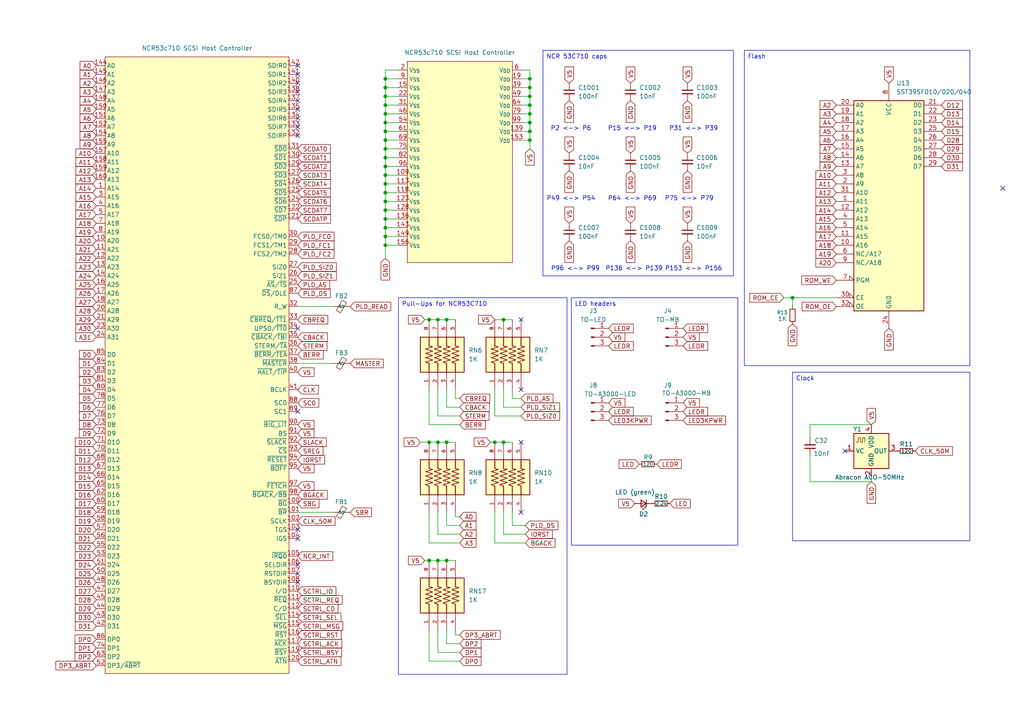
<source format=kicad_sch>
(kicad_sch (version 20250114) (generator "eeschema") (generator_version "9.0")
  (paper "A4")
  (title_block (title "A4092") (rev "PROTO0") (company "amiga.technology"))
  (text "P2 <-> P6" (at 165.608 37.338 0) (effects (font (size 1.27 1.27))))
  (text "P96 <-> P99" (at 166.878 77.978 0) (effects (font (size 1.27 1.27))))
  (text "P49 <-> P54" (at 165.608 57.658 0) (effects (font (size 1.27 1.27))))
  (text "P136 <-> P139" (at 183.896 77.978 0) (effects (font (size 1.27 1.27))))
  (text "P153 <-> P156" (at 201.168 77.978 0) (effects (font (size 1.27 1.27))))
  (text "P31 <-> P39" (at 201.168 37.338 0) (effects (font (size 1.27 1.27))))
  (text "P64 <-> P69" (at 183.388 57.658 0) (effects (font (size 1.27 1.27))))
  (text "P15 <-> P19" (at 183.388 37.338 0) (effects (font (size 1.27 1.27))))
  (text "P75 <-> P79" (at 199.898 57.658 0) (effects (font (size 1.27 1.27))))
  (text_box "LED headers\n" (at 165.735 86.36 0) (size 48.26 71.755) (margins 0.9525 0.9525 0.9525 0.9525) (effects (font (size 1.27 1.27)) (justify left top)))
  (text_box "NCR 53C710 caps" (at 157.48 14.605 0) (size 55.245 65.405) (margins 0.9525 0.9525 0.9525 0.9525) (effects (font (size 1.27 1.27)) (justify left top)))
  (text_box "Clock\n" (at 229.87 107.95 0) (size 51.435 48.895) (margins 0.9525 0.9525 0.9525 0.9525) (effects (font (size 1.27 1.27)) (justify left top)))
  (text_box "Flash\n" (at 215.9 14.605 0) (size 65.405 91.44) (margins 0.9525 0.9525 0.9525 0.9525) (effects (font (size 1.27 1.27)) (justify left top)))
  (text_box "Pull-Ups for NCR53C710" (at 115.57 86.36 0) (size 48.895 109.22) (margins 0.9525 0.9525 0.9525 0.9525) (effects (font (size 1.27 1.27)) (justify left top)))
  (junction (at 111.76 55.88))
  (junction (at 124.46 92.71))
  (junction (at 111.76 27.94))
  (junction (at 124.46 162.56))
  (junction (at 229.87 86.36))
  (junction (at 111.76 22.86))
  (junction (at 129.54 92.71))
  (junction (at 153.67 35.56))
  (junction (at 111.76 48.26))
  (junction (at 129.54 128.27))
  (junction (at 153.67 25.4))
  (junction (at 127 162.56))
  (junction (at 111.76 68.58))
  (junction (at 111.76 58.42))
  (junction (at 111.76 66.04))
  (junction (at 111.76 35.56))
  (junction (at 111.76 50.8))
  (junction (at 153.67 27.94))
  (junction (at 111.76 53.34))
  (junction (at 129.54 162.56))
  (junction (at 111.76 45.72))
  (junction (at 146.05 128.27))
  (junction (at 153.67 33.02))
  (junction (at 111.76 40.64))
  (junction (at 111.76 33.02))
  (junction (at 143.51 128.27))
  (junction (at 153.67 30.48))
  (junction (at 153.67 22.86))
  (junction (at 111.76 60.96))
  (junction (at 153.67 38.1))
  (junction (at 111.76 30.48))
  (junction (at 111.76 43.18))
  (junction (at 111.76 63.5))
  (junction (at 111.76 38.1))
  (junction (at 124.46 128.27))
  (junction (at 111.76 71.12))
  (junction (at 153.67 40.64))
  (junction (at 127 128.27))
  (junction (at 146.05 92.71))
  (junction (at 111.76 25.4))
  (junction (at 127 92.71))
  (no_connect (at 86.36 153.67))
  (no_connect (at 245.11 130.81))
  (no_connect (at 86.36 163.83))
  (no_connect (at 151.13 148.59))
  (no_connect (at 151.13 113.03))
  (no_connect (at 86.36 24.13))
  (no_connect (at 86.36 29.21))
  (no_connect (at 86.36 168.91))
  (no_connect (at 151.13 128.27))
  (no_connect (at 151.13 92.71))
  (no_connect (at 86.36 31.75))
  (no_connect (at 86.36 19.05))
  (no_connect (at 86.36 26.67))
  (no_connect (at 86.36 95.25))
  (no_connect (at 86.36 34.29))
  (no_connect (at 86.36 21.59))
  (no_connect (at 86.36 156.21))
  (no_connect (at 290.83 54.61))
  (no_connect (at 86.36 166.37))
  (no_connect (at 86.36 39.37))
  (no_connect (at 86.36 36.83))
  (no_connect (at 86.36 119.38))
  (wire (pts (xy 111.76 20.32) (xy 115.57 20.32)))
  (wire (pts (xy 124.46 123.19) (xy 124.46 113.03)))
  (wire (pts (xy 129.54 162.56) (xy 132.08 162.56)))
  (wire (pts (xy 127 154.94) (xy 127 148.59)))
  (wire (pts (xy 123.19 92.71) (xy 124.46 92.71)))
  (wire (pts (xy 111.76 48.26) (xy 111.76 50.8)))
  (wire (pts (xy 124.46 162.56) (xy 127 162.56)))
  (wire (pts (xy 127 92.71) (xy 129.54 92.71)))
  (wire (pts (xy 151.13 22.86) (xy 153.67 22.86)))
  (wire (pts (xy 111.76 25.4) (xy 115.57 25.4)))
  (wire (pts (xy 142.24 128.27) (xy 143.51 128.27)))
  (wire (pts (xy 153.67 25.4) (xy 153.67 27.94)))
  (wire (pts (xy 153.67 30.48) (xy 153.67 33.02)))
  (wire (pts (xy 252.73 139.7) (xy 234.95 139.7)))
  (wire (pts (xy 132.08 149.86) (xy 132.08 148.59)))
  (wire (pts (xy 252.73 139.7) (xy 252.73 138.43)))
  (wire (pts (xy 124.46 191.77) (xy 124.46 182.88)))
  (wire (pts (xy 124.46 157.48) (xy 124.46 148.59)))
  (wire (pts (xy 111.76 27.94) (xy 111.76 25.4)))
  (wire (pts (xy 153.67 35.56) (xy 153.67 38.1)))
  (wire (pts (xy 151.13 33.02) (xy 153.67 33.02)))
  (wire (pts (xy 111.76 66.04) (xy 115.57 66.04)))
  (wire (pts (xy 146.05 118.11) (xy 151.13 118.11)))
  (wire (pts (xy 111.76 38.1) (xy 115.57 38.1)))
  (wire (pts (xy 111.76 43.18) (xy 111.76 45.72)))
  (wire (pts (xy 227.33 86.36) (xy 229.87 86.36)))
  (wire (pts (xy 111.76 22.86) (xy 115.57 22.86)))
  (wire (pts (xy 129.54 186.69) (xy 129.54 182.88)))
  (wire (pts (xy 143.51 120.65) (xy 151.13 120.65)))
  (wire (pts (xy 127 120.65) (xy 127 113.03)))
  (wire (pts (xy 111.76 68.58) (xy 111.76 71.12)))
  (wire (pts (xy 111.76 33.02) (xy 111.76 35.56)))
  (wire (pts (xy 111.76 33.02) (xy 111.76 30.48)))
  (wire (pts (xy 133.35 149.86) (xy 132.08 149.86)))
  (wire (pts (xy 146.05 92.71) (xy 148.59 92.71)))
  (wire (pts (xy 152.4 154.94) (xy 146.05 154.94)))
  (wire (pts (xy 133.35 191.77) (xy 124.46 191.77)))
  (wire (pts (xy 111.76 63.5) (xy 111.76 66.04)))
  (wire (pts (xy 111.76 45.72) (xy 115.57 45.72)))
  (wire (pts (xy 111.76 30.48) (xy 115.57 30.48)))
  (wire (pts (xy 111.76 50.8) (xy 111.76 53.34)))
  (wire (pts (xy 111.76 55.88) (xy 115.57 55.88)))
  (wire (pts (xy 146.05 128.27) (xy 148.59 128.27)))
  (wire (pts (xy 133.35 120.65) (xy 127 120.65)))
  (wire (pts (xy 111.76 43.18) (xy 115.57 43.18)))
  (wire (pts (xy 111.76 40.64) (xy 111.76 43.18)))
  (wire (pts (xy 133.35 186.69) (xy 129.54 186.69)))
  (wire (pts (xy 111.76 22.86) (xy 111.76 20.32)))
  (wire (pts (xy 111.76 71.12) (xy 111.76 74.93)))
  (wire (pts (xy 152.4 152.4) (xy 148.59 152.4)))
  (wire (pts (xy 133.35 157.48) (xy 124.46 157.48)))
  (wire (pts (xy 111.76 30.48) (xy 111.76 27.94)))
  (wire (pts (xy 151.13 30.48) (xy 153.67 30.48)))
  (wire (pts (xy 111.76 50.8) (xy 115.57 50.8)))
  (wire (pts (xy 111.76 33.02) (xy 115.57 33.02)))
  (wire (pts (xy 111.76 38.1) (xy 111.76 40.64)))
  (wire (pts (xy 133.35 152.4) (xy 129.54 152.4)))
  (wire (pts (xy 132.08 113.03) (xy 132.08 115.57)))
  (wire (pts (xy 111.76 71.12) (xy 115.57 71.12)))
  (wire (pts (xy 111.76 58.42) (xy 115.57 58.42)))
  (wire (pts (xy 129.54 118.11) (xy 129.54 113.03)))
  (wire (pts (xy 153.67 22.86) (xy 153.67 25.4)))
  (wire (pts (xy 111.76 27.94) (xy 115.57 27.94)))
  (wire (pts (xy 111.76 35.56) (xy 111.76 38.1)))
  (wire (pts (xy 132.08 184.15) (xy 132.08 182.88)))
  (wire (pts (xy 129.54 92.71) (xy 132.08 92.71)))
  (wire (pts (xy 234.95 139.7) (xy 234.95 132.08)))
  (wire (pts (xy 115.57 35.56) (xy 111.76 35.56)))
  (wire (pts (xy 133.35 118.11) (xy 129.54 118.11)))
  (wire (pts (xy 111.76 55.88) (xy 111.76 58.42)))
  (wire (pts (xy 111.76 53.34) (xy 115.57 53.34)))
  (wire (pts (xy 148.59 115.57) (xy 151.13 115.57)))
  (wire (pts (xy 152.4 157.48) (xy 143.51 157.48)))
  (wire (pts (xy 111.76 53.34) (xy 111.76 55.88)))
  (wire (pts (xy 133.35 184.15) (xy 132.08 184.15)))
  (wire (pts (xy 86.36 88.9) (xy 96.52 88.9)))
  (wire (pts (xy 129.54 128.27) (xy 132.08 128.27)))
  (wire (pts (xy 151.13 27.94) (xy 153.67 27.94)))
  (wire (pts (xy 143.51 92.71) (xy 146.05 92.71)))
  (wire (pts (xy 151.13 40.64) (xy 153.67 40.64)))
  (wire (pts (xy 133.35 154.94) (xy 127 154.94)))
  (wire (pts (xy 234.95 123.19) (xy 234.95 127)))
  (wire (pts (xy 132.08 115.57) (xy 133.35 115.57)))
  (wire (pts (xy 111.76 60.96) (xy 115.57 60.96)))
  (wire (pts (xy 127 162.56) (xy 129.54 162.56)))
  (wire (pts (xy 111.76 63.5) (xy 115.57 63.5)))
  (wire (pts (xy 111.76 58.42) (xy 111.76 60.96)))
  (wire (pts (xy 133.35 189.23) (xy 127 189.23)))
  (wire (pts (xy 143.51 157.48) (xy 143.51 148.59)))
  (wire (pts (xy 148.59 152.4) (xy 148.59 148.59)))
  (wire (pts (xy 111.76 48.26) (xy 115.57 48.26)))
  (wire (pts (xy 151.13 25.4) (xy 153.67 25.4)))
  (wire (pts (xy 153.67 40.64) (xy 153.67 43.18)))
  (wire (pts (xy 148.59 113.03) (xy 148.59 115.57)))
  (wire (pts (xy 143.51 128.27) (xy 146.05 128.27)))
  (wire (pts (xy 146.05 154.94) (xy 146.05 148.59)))
  (wire (pts (xy 129.54 152.4) (xy 129.54 148.59)))
  (wire (pts (xy 111.76 25.4) (xy 111.76 22.86)))
  (wire (pts (xy 133.35 123.19) (xy 124.46 123.19)))
  (wire (pts (xy 111.76 60.96) (xy 111.76 63.5)))
  (wire (pts (xy 146.05 113.03) (xy 146.05 118.11)))
  (wire (pts (xy 111.76 45.72) (xy 111.76 48.26)))
  (wire (pts (xy 123.19 162.56) (xy 124.46 162.56)))
  (wire (pts (xy 252.73 123.19) (xy 234.95 123.19)))
  (wire (pts (xy 143.51 113.03) (xy 143.51 120.65)))
  (wire (pts (xy 151.13 35.56) (xy 153.67 35.56)))
  (wire (pts (xy 127 128.27) (xy 129.54 128.27)))
  (wire (pts (xy 121.92 128.27) (xy 124.46 128.27)))
  (wire (pts (xy 111.76 66.04) (xy 111.76 68.58)))
  (wire (pts (xy 127 189.23) (xy 127 182.88)))
  (wire (pts (xy 153.67 27.94) (xy 153.67 30.48)))
  (wire (pts (xy 86.36 148.59) (xy 96.52 148.59)))
  (wire (pts (xy 124.46 128.27) (xy 127 128.27)))
  (wire (pts (xy 229.87 86.36) (xy 242.57 86.36)))
  (wire (pts (xy 151.13 38.1) (xy 153.67 38.1)))
  (wire (pts (xy 153.67 33.02) (xy 153.67 35.56)))
  (wire (pts (xy 111.76 40.64) (xy 115.57 40.64)))
  (wire (pts (xy 151.13 20.32) (xy 153.67 20.32)))
  (wire (pts (xy 153.67 38.1) (xy 153.67 40.64)))
  (wire (pts (xy 86.36 105.41) (xy 96.52 105.41)))
  (wire (pts (xy 124.46 92.71) (xy 127 92.71)))
  (wire (pts (xy 111.76 68.58) (xy 115.57 68.58)))
  (wire (pts (xy 153.67 20.32) (xy 153.67 22.86)))
  (wire (pts (xy 229.87 88.9) (xy 229.87 86.36)))
  (global_label "SCDAT0" (shape input) (at 86.36 43.18 0) (property "Intersheetrefs" "${INTERSHEET_REFS}" (effects (hide yes))))
  (global_label "LED3KPWR" (shape input) (at 176.53 121.92 0) (property "Intersheetrefs" "${INTERSHEET_REFS}" (effects (hide yes))))
  (global_label "A31" (shape input) (at 27.94 97.79 180) (property "Intersheetrefs" "${INTERSHEET_REFS}" (effects (hide yes))))
  (global_label "SCTRL_REQ" (shape input) (at 86.36 173.99 0) (property "Intersheetrefs" "${INTERSHEET_REFS}" (effects (hide yes))))
  (global_label "CLK_50M" (shape input) (at 265.43 130.81 0) (property "Intersheetrefs" "${INTERSHEET_REFS}" (effects (hide yes))))
  (global_label "A10" (shape input) (at 27.94 44.45 180) (property "Intersheetrefs" "${INTERSHEET_REFS}" (effects (hide yes))))
  (global_label "SCDAT2" (shape input) (at 86.36 48.26 0) (property "Intersheetrefs" "${INTERSHEET_REFS}" (effects (hide yes))))
  (global_label "V5" (shape input) (at 252.73 123.19 90) (property "Intersheetrefs" "${INTERSHEET_REFS}" (effects (hide yes))))
  (global_label "A8" (shape input) (at 27.94 39.37 180) (property "Intersheetrefs" "${INTERSHEET_REFS}" (effects (hide yes))))
  (global_label "D23" (shape input) (at 27.94 161.29 180) (property "Intersheetrefs" "${INTERSHEET_REFS}" (effects (hide yes))))
  (global_label "BGACK" (shape input) (at 152.4 157.48 0) (property "Intersheetrefs" "${INTERSHEET_REFS}" (effects (hide yes))))
  (global_label "PLD_SIZ1" (shape input) (at 151.13 118.11 0) (property "Intersheetrefs" "${INTERSHEET_REFS}" (effects (hide yes))))
  (global_label "V5" (shape input) (at 165.1 64.77 90) (property "Intersheetrefs" "${INTERSHEET_REFS}" (effects (hide yes))))
  (global_label "ROM_CE" (shape input) (at 227.33 86.36 180) (property "Intersheetrefs" "${INTERSHEET_REFS}" (effects (hide yes))))
  (global_label "V5" (shape input) (at 176.53 116.84 0) (property "Intersheetrefs" "${INTERSHEET_REFS}" (effects (hide yes))))
  (global_label "D12" (shape input) (at 27.94 133.35 180) (property "Intersheetrefs" "${INTERSHEET_REFS}" (effects (hide yes))))
  (global_label "A5" (shape input) (at 27.94 31.75 180) (property "Intersheetrefs" "${INTERSHEET_REFS}" (effects (hide yes))))
  (global_label "GND" (shape input) (at 199.39 49.53 270) (property "Intersheetrefs" "${INTERSHEET_REFS}" (effects (hide yes))))
  (global_label "DP0" (shape input) (at 27.94 185.42 180) (property "Intersheetrefs" "${INTERSHEET_REFS}" (effects (hide yes))))
  (global_label "SCDAT5" (shape input) (at 86.36 55.88 0) (property "Intersheetrefs" "${INTERSHEET_REFS}" (effects (hide yes))))
  (global_label "D13" (shape input) (at 27.94 135.89 180) (property "Intersheetrefs" "${INTERSHEET_REFS}" (effects (hide yes))))
  (global_label "V5" (shape input) (at 86.36 135.89 0) (property "Intersheetrefs" "${INTERSHEET_REFS}" (effects (hide yes))))
  (global_label "V5" (shape input) (at 143.51 92.71 180) (property "Intersheetrefs" "${INTERSHEET_REFS}" (effects (hide yes))))
  (global_label "A11" (shape input) (at 242.57 53.34 180) (property "Intersheetrefs" "${INTERSHEET_REFS}" (effects (hide yes))))
  (global_label "D28" (shape input) (at 27.94 173.99 180) (property "Intersheetrefs" "${INTERSHEET_REFS}" (effects (hide yes))))
  (global_label "IORST" (shape input) (at 86.36 133.35 0) (property "Intersheetrefs" "${INTERSHEET_REFS}" (effects (hide yes))))
  (global_label "A16" (shape input) (at 27.94 59.69 180) (property "Intersheetrefs" "${INTERSHEET_REFS}" (effects (hide yes))))
  (global_label "A8" (shape input) (at 242.57 45.72 180) (property "Intersheetrefs" "${INTERSHEET_REFS}" (effects (hide yes))))
  (global_label "A13" (shape input) (at 27.94 52.07 180) (property "Intersheetrefs" "${INTERSHEET_REFS}" (effects (hide yes))))
  (global_label "D28" (shape input) (at 273.05 40.64 0) (property "Intersheetrefs" "${INTERSHEET_REFS}" (effects (hide yes))))
  (global_label "V5" (shape input) (at 184.15 146.05 180) (property "Intersheetrefs" "${INTERSHEET_REFS}" (effects (hide yes))))
  (global_label "D24" (shape input) (at 27.94 163.83 180) (property "Intersheetrefs" "${INTERSHEET_REFS}" (effects (hide yes))))
  (global_label "A3" (shape input) (at 27.94 26.67 180) (property "Intersheetrefs" "${INTERSHEET_REFS}" (effects (hide yes))))
  (global_label "D14" (shape input) (at 273.05 35.56 0) (property "Intersheetrefs" "${INTERSHEET_REFS}" (effects (hide yes))))
  (global_label "D13" (shape input) (at 273.05 33.02 0) (property "Intersheetrefs" "${INTERSHEET_REFS}" (effects (hide yes))))
  (global_label "SCDATP" (shape input) (at 86.36 63.5 0) (property "Intersheetrefs" "${INTERSHEET_REFS}" (effects (hide yes))))
  (global_label "SCTRL_ATN" (shape input) (at 86.36 191.77 0) (property "Intersheetrefs" "${INTERSHEET_REFS}" (effects (hide yes))))
  (global_label "DP1" (shape input) (at 27.94 187.96 180) (property "Intersheetrefs" "${INTERSHEET_REFS}" (effects (hide yes))))
  (global_label "SLACK" (shape input) (at 86.36 128.27 0) (property "Intersheetrefs" "${INTERSHEET_REFS}" (effects (hide yes))))
  (global_label "D6" (shape input) (at 27.94 118.11 180) (property "Intersheetrefs" "${INTERSHEET_REFS}" (effects (hide yes))))
  (global_label "D31" (shape input) (at 27.94 181.61 180) (property "Intersheetrefs" "${INTERSHEET_REFS}" (effects (hide yes))))
  (global_label "GND" (shape input) (at 199.39 69.85 270) (property "Intersheetrefs" "${INTERSHEET_REFS}" (effects (hide yes))))
  (global_label "PLD_SIZ0" (shape input) (at 86.36 77.47 0) (property "Intersheetrefs" "${INTERSHEET_REFS}" (effects (hide yes))))
  (global_label "LEDR" (shape input) (at 198.12 95.25 0) (property "Intersheetrefs" "${INTERSHEET_REFS}" (effects (hide yes))))
  (global_label "A1" (shape input) (at 133.35 152.4 0) (property "Intersheetrefs" "${INTERSHEET_REFS}" (effects (hide yes))))
  (global_label "A0" (shape input) (at 27.94 19.05 180) (property "Intersheetrefs" "${INTERSHEET_REFS}" (effects (hide yes))))
  (global_label "A18" (shape input) (at 27.94 64.77 180) (property "Intersheetrefs" "${INTERSHEET_REFS}" (effects (hide yes))))
  (global_label "SCTRL_SEL" (shape input) (at 86.36 179.07 0) (property "Intersheetrefs" "${INTERSHEET_REFS}" (effects (hide yes))))
  (global_label "SCDAT7" (shape input) (at 86.36 60.96 0) (property "Intersheetrefs" "${INTERSHEET_REFS}" (effects (hide yes))))
  (global_label "A3" (shape input) (at 133.35 157.48 0) (property "Intersheetrefs" "${INTERSHEET_REFS}" (effects (hide yes))))
  (global_label "D15" (shape input) (at 27.94 140.97 180) (property "Intersheetrefs" "${INTERSHEET_REFS}" (effects (hide yes))))
  (global_label "CLK_50M" (shape input) (at 86.36 151.13 0) (property "Intersheetrefs" "${INTERSHEET_REFS}" (effects (hide yes))))
  (global_label "SREG" (shape input) (at 86.36 130.81 0) (property "Intersheetrefs" "${INTERSHEET_REFS}" (effects (hide yes))))
  (global_label "A17" (shape input) (at 27.94 62.23 180) (property "Intersheetrefs" "${INTERSHEET_REFS}" (effects (hide yes))))
  (global_label "A16" (shape input) (at 242.57 66.04 180) (property "Intersheetrefs" "${INTERSHEET_REFS}" (effects (hide yes))))
  (global_label "D16" (shape input) (at 27.94 143.51 180) (property "Intersheetrefs" "${INTERSHEET_REFS}" (effects (hide yes))))
  (global_label "DP3_ABRT" (shape input) (at 133.35 184.15 0) (property "Intersheetrefs" "${INTERSHEET_REFS}" (effects (hide yes))))
  (global_label "V5" (shape input) (at 165.1 24.13 90) (property "Intersheetrefs" "${INTERSHEET_REFS}" (effects (hide yes))))
  (global_label "GND" (shape input) (at 257.81 95.25 270) (property "Intersheetrefs" "${INTERSHEET_REFS}" (effects (hide yes))))
  (global_label "SCTRL_MSG" (shape input) (at 86.36 181.61 0) (property "Intersheetrefs" "${INTERSHEET_REFS}" (effects (hide yes))))
  (global_label "LEDR" (shape input) (at 176.53 119.38 0) (property "Intersheetrefs" "${INTERSHEET_REFS}" (effects (hide yes))))
  (global_label "IORST" (shape input) (at 152.4 154.94 0) (property "Intersheetrefs" "${INTERSHEET_REFS}" (effects (hide yes))))
  (global_label "D27" (shape input) (at 27.94 171.45 180) (property "Intersheetrefs" "${INTERSHEET_REFS}" (effects (hide yes))))
  (global_label "V5" (shape input) (at 123.19 92.71 180) (property "Intersheetrefs" "${INTERSHEET_REFS}" (effects (hide yes))))
  (global_label "GND" (shape input) (at 182.88 49.53 270) (property "Intersheetrefs" "${INTERSHEET_REFS}" (effects (hide yes))))
  (global_label "SBG" (shape input) (at 86.36 146.05 0) (property "Intersheetrefs" "${INTERSHEET_REFS}" (effects (hide yes))))
  (global_label "D20" (shape input) (at 27.94 153.67 180) (property "Intersheetrefs" "${INTERSHEET_REFS}" (effects (hide yes))))
  (global_label "PLD_FC2" (shape input) (at 86.36 73.66 0) (property "Intersheetrefs" "${INTERSHEET_REFS}" (effects (hide yes))))
  (global_label "D18" (shape input) (at 27.94 148.59 180) (property "Intersheetrefs" "${INTERSHEET_REFS}" (effects (hide yes))))
  (global_label "A2" (shape input) (at 242.57 30.48 180) (property "Intersheetrefs" "${INTERSHEET_REFS}" (effects (hide yes))))
  (global_label "BGACK" (shape input) (at 86.36 143.51 0) (property "Intersheetrefs" "${INTERSHEET_REFS}" (effects (hide yes))))
  (global_label "D31" (shape input) (at 273.05 48.26 0) (property "Intersheetrefs" "${INTERSHEET_REFS}" (effects (hide yes))))
  (global_label "LEDR" (shape input) (at 190.5 134.62 0) (property "Intersheetrefs" "${INTERSHEET_REFS}" (effects (hide yes))))
  (global_label "LEDR" (shape input) (at 198.12 100.33 0) (property "Intersheetrefs" "${INTERSHEET_REFS}" (effects (hide yes))))
  (global_label "A6" (shape input) (at 27.94 34.29 180) (property "Intersheetrefs" "${INTERSHEET_REFS}" (effects (hide yes))))
  (global_label "LED3KPWR" (shape input) (at 198.12 121.92 0) (property "Intersheetrefs" "${INTERSHEET_REFS}" (effects (hide yes))))
  (global_label "BERR" (shape input) (at 86.36 102.87 0) (property "Intersheetrefs" "${INTERSHEET_REFS}" (effects (hide yes))))
  (global_label "A19" (shape input) (at 242.57 73.66 180) (property "Intersheetrefs" "${INTERSHEET_REFS}" (effects (hide yes))))
  (global_label "V5" (shape input) (at 257.81 24.13 90) (property "Intersheetrefs" "${INTERSHEET_REFS}" (effects (hide yes))))
  (global_label "PLD_FC0" (shape input) (at 86.36 68.58 0) (property "Intersheetrefs" "${INTERSHEET_REFS}" (effects (hide yes))))
  (global_label "A15" (shape input) (at 242.57 63.5 180) (property "Intersheetrefs" "${INTERSHEET_REFS}" (effects (hide yes))))
  (global_label "V5" (shape input) (at 176.53 97.79 0) (property "Intersheetrefs" "${INTERSHEET_REFS}" (effects (hide yes))))
  (global_label "A14" (shape input) (at 27.94 54.61 180) (property "Intersheetrefs" "${INTERSHEET_REFS}" (effects (hide yes))))
  (global_label "D22" (shape input) (at 27.94 158.75 180) (property "Intersheetrefs" "${INTERSHEET_REFS}" (effects (hide yes))))
  (global_label "CBREQ" (shape input) (at 133.35 115.57 0) (property "Intersheetrefs" "${INTERSHEET_REFS}" (effects (hide yes))))
  (global_label "D30" (shape input) (at 27.94 179.07 180) (property "Intersheetrefs" "${INTERSHEET_REFS}" (effects (hide yes))))
  (global_label "PLD_DS" (shape input) (at 86.36 85.09 0) (property "Intersheetrefs" "${INTERSHEET_REFS}" (effects (hide yes))))
  (global_label "SCTRL_RST" (shape input) (at 86.36 184.15 0) (property "Intersheetrefs" "${INTERSHEET_REFS}" (effects (hide yes))))
  (global_label "GND" (shape input) (at 111.76 74.93 270) (property "Intersheetrefs" "${INTERSHEET_REFS}" (effects (hide yes))))
  (global_label "SCDAT4" (shape input) (at 86.36 53.34 0) (property "Intersheetrefs" "${INTERSHEET_REFS}" (effects (hide yes))))
  (global_label "SBR" (shape input) (at 101.6 148.59 0) (property "Intersheetrefs" "${INTERSHEET_REFS}" (effects (hide yes))))
  (global_label "A19" (shape input) (at 27.94 67.31 180) (property "Intersheetrefs" "${INTERSHEET_REFS}" (effects (hide yes))))
  (global_label "CBACK" (shape input) (at 133.35 118.11 0) (property "Intersheetrefs" "${INTERSHEET_REFS}" (effects (hide yes))))
  (global_label "A22" (shape input) (at 27.94 74.93 180) (property "Intersheetrefs" "${INTERSHEET_REFS}" (effects (hide yes))))
  (global_label "V5" (shape input) (at 165.1 44.45 90) (property "Intersheetrefs" "${INTERSHEET_REFS}" (effects (hide yes))))
  (global_label "A24" (shape input) (at 27.94 80.01 180) (property "Intersheetrefs" "${INTERSHEET_REFS}" (effects (hide yes))))
  (global_label "D8" (shape input) (at 27.94 123.19 180) (property "Intersheetrefs" "${INTERSHEET_REFS}" (effects (hide yes))))
  (global_label "V5" (shape input) (at 142.24 128.27 180) (property "Intersheetrefs" "${INTERSHEET_REFS}" (effects (hide yes))))
  (global_label "V5" (shape input) (at 182.88 64.77 90) (property "Intersheetrefs" "${INTERSHEET_REFS}" (effects (hide yes))))
  (global_label "D30" (shape input) (at 273.05 45.72 0) (property "Intersheetrefs" "${INTERSHEET_REFS}" (effects (hide yes))))
  (global_label "DP3_ABRT" (shape input) (at 27.94 193.04 180) (property "Intersheetrefs" "${INTERSHEET_REFS}" (effects (hide yes))))
  (global_label "PLD_AS" (shape input) (at 86.36 82.55 0) (property "Intersheetrefs" "${INTERSHEET_REFS}" (effects (hide yes))))
  (global_label "D2" (shape input) (at 27.94 107.95 180) (property "Intersheetrefs" "${INTERSHEET_REFS}" (effects (hide yes))))
  (global_label "SC0" (shape input) (at 86.36 116.84 0) (property "Intersheetrefs" "${INTERSHEET_REFS}" (effects (hide yes))))
  (global_label "D29" (shape input) (at 273.05 43.18 0) (property "Intersheetrefs" "${INTERSHEET_REFS}" (effects (hide yes))))
  (global_label "DP2" (shape input) (at 27.94 190.5 180) (property "Intersheetrefs" "${INTERSHEET_REFS}" (effects (hide yes))))
  (global_label "A21" (shape input) (at 27.94 72.39 180) (property "Intersheetrefs" "${INTERSHEET_REFS}" (effects (hide yes))))
  (global_label "SCDAT1" (shape input) (at 86.36 45.72 0) (property "Intersheetrefs" "${INTERSHEET_REFS}" (effects (hide yes))))
  (global_label "GND" (shape input) (at 252.73 139.7 270) (property "Intersheetrefs" "${INTERSHEET_REFS}" (effects (hide yes))))
  (global_label "V5" (shape input) (at 121.92 128.27 180) (property "Intersheetrefs" "${INTERSHEET_REFS}" (effects (hide yes))))
  (global_label "A7" (shape input) (at 242.57 43.18 180) (property "Intersheetrefs" "${INTERSHEET_REFS}" (effects (hide yes))))
  (global_label "LEDR" (shape input) (at 176.53 100.33 0) (property "Intersheetrefs" "${INTERSHEET_REFS}" (effects (hide yes))))
  (global_label "D4" (shape input) (at 27.94 113.03 180) (property "Intersheetrefs" "${INTERSHEET_REFS}" (effects (hide yes))))
  (global_label "V5" (shape input) (at 199.39 64.77 90) (property "Intersheetrefs" "${INTERSHEET_REFS}" (effects (hide yes))))
  (global_label "D14" (shape input) (at 27.94 138.43 180) (property "Intersheetrefs" "${INTERSHEET_REFS}" (effects (hide yes))))
  (global_label "LED" (shape input) (at 185.42 134.62 180) (property "Intersheetrefs" "${INTERSHEET_REFS}" (effects (hide yes))))
  (global_label "A20" (shape input) (at 242.57 76.2 180) (property "Intersheetrefs" "${INTERSHEET_REFS}" (effects (hide yes))))
  (global_label "V5" (shape input) (at 182.88 24.13 90) (property "Intersheetrefs" "${INTERSHEET_REFS}" (effects (hide yes))))
  (global_label "A10" (shape input) (at 242.57 50.8 180) (property "Intersheetrefs" "${INTERSHEET_REFS}" (effects (hide yes))))
  (global_label "A11" (shape input) (at 27.94 46.99 180) (property "Intersheetrefs" "${INTERSHEET_REFS}" (effects (hide yes))))
  (global_label "GND" (shape input) (at 182.88 69.85 270) (property "Intersheetrefs" "${INTERSHEET_REFS}" (effects (hide yes))))
  (global_label "STERM" (shape input) (at 86.36 100.33 0) (property "Intersheetrefs" "${INTERSHEET_REFS}" (effects (hide yes))))
  (global_label "LEDR" (shape input) (at 198.12 119.38 0) (property "Intersheetrefs" "${INTERSHEET_REFS}" (effects (hide yes))))
  (global_label "GND" (shape input) (at 199.39 29.21 270) (property "Intersheetrefs" "${INTERSHEET_REFS}" (effects (hide yes))))
  (global_label "SCTRL_IO" (shape input) (at 86.36 171.45 0) (property "Intersheetrefs" "${INTERSHEET_REFS}" (effects (hide yes))))
  (global_label "MASTER" (shape input) (at 101.6 105.41 0) (property "Intersheetrefs" "${INTERSHEET_REFS}" (effects (hide yes))))
  (global_label "D29" (shape input) (at 27.94 176.53 180) (property "Intersheetrefs" "${INTERSHEET_REFS}" (effects (hide yes))))
  (global_label "GND" (shape input) (at 182.88 29.21 270) (property "Intersheetrefs" "${INTERSHEET_REFS}" (effects (hide yes))))
  (global_label "D3" (shape input) (at 27.94 110.49 180) (property "Intersheetrefs" "${INTERSHEET_REFS}" (effects (hide yes))))
  (global_label "V5" (shape input) (at 86.36 123.19 0) (property "Intersheetrefs" "${INTERSHEET_REFS}" (effects (hide yes))))
  (global_label "D19" (shape input) (at 27.94 151.13 180) (property "Intersheetrefs" "${INTERSHEET_REFS}" (effects (hide yes))))
  (global_label "DP0" (shape input) (at 133.35 191.77 0) (property "Intersheetrefs" "${INTERSHEET_REFS}" (effects (hide yes))))
  (global_label "ROM_WE" (shape input) (at 242.57 81.28 180) (property "Intersheetrefs" "${INTERSHEET_REFS}" (effects (hide yes))))
  (global_label "A25" (shape input) (at 27.94 82.55 180) (property "Intersheetrefs" "${INTERSHEET_REFS}" (effects (hide yes))))
  (global_label "V5" (shape input) (at 86.36 140.97 0) (property "Intersheetrefs" "${INTERSHEET_REFS}" (effects (hide yes))))
  (global_label "SCTRL_BSY" (shape input) (at 86.36 189.23 0) (property "Intersheetrefs" "${INTERSHEET_REFS}" (effects (hide yes))))
  (global_label "D5" (shape input) (at 27.94 115.57 180) (property "Intersheetrefs" "${INTERSHEET_REFS}" (effects (hide yes))))
  (global_label "PLD_AS" (shape input) (at 151.13 115.57 0) (property "Intersheetrefs" "${INTERSHEET_REFS}" (effects (hide yes))))
  (global_label "D9" (shape input) (at 27.94 125.73 180) (property "Intersheetrefs" "${INTERSHEET_REFS}" (effects (hide yes))))
  (global_label "PLD_READ" (shape input) (at 101.6 88.9 0) (property "Intersheetrefs" "${INTERSHEET_REFS}" (effects (hide yes))))
  (global_label "CBACK" (shape input) (at 86.36 97.79 0) (property "Intersheetrefs" "${INTERSHEET_REFS}" (effects (hide yes))))
  (global_label "V5" (shape input) (at 198.12 97.79 0) (property "Intersheetrefs" "${INTERSHEET_REFS}" (effects (hide yes))))
  (global_label "A5" (shape input) (at 242.57 38.1 180) (property "Intersheetrefs" "${INTERSHEET_REFS}" (effects (hide yes))))
  (global_label "D21" (shape input) (at 27.94 156.21 180) (property "Intersheetrefs" "${INTERSHEET_REFS}" (effects (hide yes))))
  (global_label "DP2" (shape input) (at 133.35 186.69 0) (property "Intersheetrefs" "${INTERSHEET_REFS}" (effects (hide yes))))
  (global_label "A29" (shape input) (at 27.94 92.71 180) (property "Intersheetrefs" "${INTERSHEET_REFS}" (effects (hide yes))))
  (global_label "A4" (shape input) (at 242.57 35.56 180) (property "Intersheetrefs" "${INTERSHEET_REFS}" (effects (hide yes))))
  (global_label "STERM" (shape input) (at 133.35 120.65 0) (property "Intersheetrefs" "${INTERSHEET_REFS}" (effects (hide yes))))
  (global_label "LED" (shape input) (at 194.31 146.05 0) (property "Intersheetrefs" "${INTERSHEET_REFS}" (effects (hide yes))))
  (global_label "A28" (shape input) (at 27.94 90.17 180) (property "Intersheetrefs" "${INTERSHEET_REFS}" (effects (hide yes))))
  (global_label "A6" (shape input) (at 242.57 40.64 180) (property "Intersheetrefs" "${INTERSHEET_REFS}" (effects (hide yes))))
  (global_label "A14" (shape input) (at 242.57 60.96 180) (property "Intersheetrefs" "${INTERSHEET_REFS}" (effects (hide yes))))
  (global_label "PLD_DS" (shape input) (at 152.4 152.4 0) (property "Intersheetrefs" "${INTERSHEET_REFS}" (effects (hide yes))))
  (global_label "A1" (shape input) (at 27.94 21.59 180) (property "Intersheetrefs" "${INTERSHEET_REFS}" (effects (hide yes))))
  (global_label "D17" (shape input) (at 27.94 146.05 180) (property "Intersheetrefs" "${INTERSHEET_REFS}" (effects (hide yes))))
  (global_label "A9" (shape input) (at 242.57 48.26 180) (property "Intersheetrefs" "${INTERSHEET_REFS}" (effects (hide yes))))
  (global_label "GND" (shape input) (at 165.1 49.53 270) (property "Intersheetrefs" "${INTERSHEET_REFS}" (effects (hide yes))))
  (global_label "LEDR" (shape input) (at 176.53 95.25 0) (property "Intersheetrefs" "${INTERSHEET_REFS}" (effects (hide yes))))
  (global_label "A2" (shape input) (at 27.94 24.13 180) (property "Intersheetrefs" "${INTERSHEET_REFS}" (effects (hide yes))))
  (global_label "BERR" (shape input) (at 133.35 123.19 0) (property "Intersheetrefs" "${INTERSHEET_REFS}" (effects (hide yes))))
  (global_label "V5" (shape input) (at 86.36 125.73 0) (property "Intersheetrefs" "${INTERSHEET_REFS}" (effects (hide yes))))
  (global_label "D7" (shape input) (at 27.94 120.65 180) (property "Intersheetrefs" "${INTERSHEET_REFS}" (effects (hide yes))))
  (global_label "A20" (shape input) (at 27.94 69.85 180) (property "Intersheetrefs" "${INTERSHEET_REFS}" (effects (hide yes))))
  (global_label "A18" (shape input) (at 242.57 71.12 180) (property "Intersheetrefs" "${INTERSHEET_REFS}" (effects (hide yes))))
  (global_label "A23" (shape input) (at 27.94 77.47 180) (property "Intersheetrefs" "${INTERSHEET_REFS}" (effects (hide yes))))
  (global_label "A12" (shape input) (at 27.94 49.53 180) (property "Intersheetrefs" "${INTERSHEET_REFS}" (effects (hide yes))))
  (global_label "A27" (shape input) (at 27.94 87.63 180) (property "Intersheetrefs" "${INTERSHEET_REFS}" (effects (hide yes))))
  (global_label "A17" (shape input) (at 242.57 68.58 180) (property "Intersheetrefs" "${INTERSHEET_REFS}" (effects (hide yes))))
  (global_label "A26" (shape input) (at 27.94 85.09 180) (property "Intersheetrefs" "${INTERSHEET_REFS}" (effects (hide yes))))
  (global_label "D15" (shape input) (at 273.05 38.1 0) (property "Intersheetrefs" "${INTERSHEET_REFS}" (effects (hide yes))))
  (global_label "ROM_OE" (shape input) (at 242.57 88.9 180) (property "Intersheetrefs" "${INTERSHEET_REFS}" (effects (hide yes))))
  (global_label "PLD_FC1" (shape input) (at 86.36 71.12 0) (property "Intersheetrefs" "${INTERSHEET_REFS}" (effects (hide yes))))
  (global_label "A3" (shape input) (at 242.57 33.02 180) (property "Intersheetrefs" "${INTERSHEET_REFS}" (effects (hide yes))))
  (global_label "D0" (shape input) (at 27.94 102.87 180) (property "Intersheetrefs" "${INTERSHEET_REFS}" (effects (hide yes))))
  (global_label "A12" (shape input) (at 242.57 55.88 180) (property "Intersheetrefs" "${INTERSHEET_REFS}" (effects (hide yes))))
  (global_label "V5" (shape input) (at 199.39 44.45 90) (property "Intersheetrefs" "${INTERSHEET_REFS}" (effects (hide yes))))
  (global_label "GND" (shape input) (at 165.1 29.21 270) (property "Intersheetrefs" "${INTERSHEET_REFS}" (effects (hide yes))))
  (global_label "PLD_SIZ1" (shape input) (at 86.36 80.01 0) (property "Intersheetrefs" "${INTERSHEET_REFS}" (effects (hide yes))))
  (global_label "A4" (shape input) (at 27.94 29.21 180) (property "Intersheetrefs" "${INTERSHEET_REFS}" (effects (hide yes))))
  (global_label "D10" (shape input) (at 27.94 128.27 180) (property "Intersheetrefs" "${INTERSHEET_REFS}" (effects (hide yes))))
  (global_label "D11" (shape input) (at 27.94 130.81 180) (property "Intersheetrefs" "${INTERSHEET_REFS}" (effects (hide yes))))
  (global_label "SCTRL_CD" (shape input) (at 86.36 176.53 0) (property "Intersheetrefs" "${INTERSHEET_REFS}" (effects (hide yes))))
  (global_label "PLD_SIZ0" (shape input) (at 151.13 120.65 0) (property "Intersheetrefs" "${INTERSHEET_REFS}" (effects (hide yes))))
  (global_label "V5" (shape input) (at 123.19 162.56 180) (property "Intersheetrefs" "${INTERSHEET_REFS}" (effects (hide yes))))
  (global_label "A2" (shape input) (at 133.35 154.94 0) (property "Intersheetrefs" "${INTERSHEET_REFS}" (effects (hide yes))))
  (global_label "V5" (shape input) (at 182.88 44.45 90) (property "Intersheetrefs" "${INTERSHEET_REFS}" (effects (hide yes))))
  (global_label "A15" (shape input) (at 27.94 57.15 180) (property "Intersheetrefs" "${INTERSHEET_REFS}" (effects (hide yes))))
  (global_label "A30" (shape input) (at 27.94 95.25 180) (property "Intersheetrefs" "${INTERSHEET_REFS}" (effects (hide yes))))
  (global_label "A0" (shape input) (at 133.35 149.86 0) (property "Intersheetrefs" "${INTERSHEET_REFS}" (effects (hide yes))))
  (global_label "SCDAT6" (shape input) (at 86.36 58.42 0) (property "Intersheetrefs" "${INTERSHEET_REFS}" (effects (hide yes))))
  (global_label "A7" (shape input) (at 27.94 36.83 180) (property "Intersheetrefs" "${INTERSHEET_REFS}" (effects (hide yes))))
  (global_label "D25" (shape input) (at 27.94 166.37 180) (property "Intersheetrefs" "${INTERSHEET_REFS}" (effects (hide yes))))
  (global_label "A9" (shape input) (at 27.94 41.91 180) (property "Intersheetrefs" "${INTERSHEET_REFS}" (effects (hide yes))))
  (global_label "D12" (shape input) (at 273.05 30.48 0) (property "Intersheetrefs" "${INTERSHEET_REFS}" (effects (hide yes))))
  (global_label "V5" (shape input) (at 199.39 24.13 90) (property "Intersheetrefs" "${INTERSHEET_REFS}" (effects (hide yes))))
  (global_label "V5" (shape input) (at 86.36 107.95 0) (property "Intersheetrefs" "${INTERSHEET_REFS}" (effects (hide yes))))
  (global_label "D1" (shape input) (at 27.94 105.41 180) (property "Intersheetrefs" "${INTERSHEET_REFS}" (effects (hide yes))))
  (global_label "CBREQ" (shape input) (at 86.36 92.71 0) (property "Intersheetrefs" "${INTERSHEET_REFS}" (effects (hide yes))))
  (global_label "SCDAT3" (shape input) (at 86.36 50.8 0) (property "Intersheetrefs" "${INTERSHEET_REFS}" (effects (hide yes))))
  (global_label "SCTRL_ACK" (shape input) (at 86.36 186.69 0) (property "Intersheetrefs" "${INTERSHEET_REFS}" (effects (hide yes))))
  (global_label "V5" (shape input) (at 198.12 116.84 0) (property "Intersheetrefs" "${INTERSHEET_REFS}" (effects (hide yes))))
  (global_label "NCR_INT" (shape input) (at 86.36 161.29 0) (property "Intersheetrefs" "${INTERSHEET_REFS}" (effects (hide yes))))
  (global_label "D26" (shape input) (at 27.94 168.91 180) (property "Intersheetrefs" "${INTERSHEET_REFS}" (effects (hide yes))))
  (global_label "GND" (shape input) (at 229.87 93.98 270) (property "Intersheetrefs" "${INTERSHEET_REFS}" (effects (hide yes))))
  (global_label "V5" (shape input) (at 153.67 43.18 270) (property "Intersheetrefs" "${INTERSHEET_REFS}" (effects (hide yes))))
  (global_label "GND" (shape input) (at 165.1 69.85 270) (property "Intersheetrefs" "${INTERSHEET_REFS}" (effects (hide yes))))
  (global_label "DP1" (shape input) (at 133.35 189.23 0) (property "Intersheetrefs" "${INTERSHEET_REFS}" (effects (hide yes))))
  (global_label "A13" (shape input) (at 242.57 58.42 180) (property "Intersheetrefs" "${INTERSHEET_REFS}" (effects (hide yes))))
  (global_label "CLK" (shape input) (at 86.36 113.03 0) (property "Intersheetrefs" "${INTERSHEET_REFS}" (effects (hide yes))))
  (symbol (lib_id "39SF010-TSOP:SST39SF010") (at 257.81 60.96 0) (unit 1)
    (property "Reference" "U13" (at 259.9533 24.13 0) (effects (justify left)))
    (property "Value" "SST39SF010/020/040" (at 259.9533 26.67 0) (effects (justify left)))
    (property "Footprint" "Package_SO:TSSOP-32_8x11mm_P0.65mm" (effects (hide yes)))
    (property "Datasheet" "https://ww1.microchip.com/downloads/aemDocuments/documents/MPD/ProductDocuments/DataSheets/SST39SF010A-SST39SF020A-SST39SF040-Data-Sheet-DS20005022.pdf" (effects (hide yes)))
    (property "Description" "Silicon Storage Technology (SSF) 128k x 8 Flash ROM" (effects (hide yes)))
  )
  (symbol (lib_id "YC324-FK-071KL:YC324-FK-071KL") (at 129.54 102.87 90) (unit 1)
    (property "Reference" "RN6" (at 135.89 101.5999 90) (effects (justify right)))
    (property "Value" "1K" (at 135.89 104.1399 90) (effects (justify right)))
    (property "Footprint" "CAY16_102J4LF:BO_CAY16" (effects (hide yes)))
    (property "MAXIMUM_PACKAGE_HEIGHT" "0.7 mm" (effects (hide yes)))
    (property "PARTREV" "V.9" (effects (hide yes)))
    (property "MANUFACTURER" "Yageo" (effects (hide yes)))
    (property "SNAPEDA_PACKAGE_ID" "22941" (effects (hide yes)))
    (property "STANDARD" "IPC 7351B" (effects (hide yes)))
  )
  (symbol (lib_id "Device:C_Small") (at 199.39 67.31 0) (unit 1)
    (property "Reference" "C1009" (at 201.93 66.0462 0) (effects (justify left)))
    (property "Value" "100nF" (at 201.93 68.5862 0) (effects (justify left)))
    (property "Footprint" "Capacitor_SMD:C_0603_1608Metric_Pad1.08x0.95mm_HandSolder" (effects (hide yes)))
    (property "Description" "Unpolarized capacitor, small symbol" (effects (hide yes)))
  )
  (symbol (lib_id "YC324-FK-071KL:YC324-FK-071KL") (at 148.59 138.43 90) (unit 1)
    (property "Reference" "RN10" (at 154.94 137.1599 90) (effects (justify right)))
    (property "Value" "1K" (at 154.94 139.6999 90) (effects (justify right)))
    (property "Footprint" "CAY16_102J4LF:BO_CAY16" (effects (hide yes)))
    (property "MAXIMUM_PACKAGE_HEIGHT" "0.7 mm" (effects (hide yes)))
    (property "PARTREV" "V.9" (effects (hide yes)))
    (property "MANUFACTURER" "Yageo" (effects (hide yes)))
    (property "SNAPEDA_PACKAGE_ID" "22941" (effects (hide yes)))
    (property "STANDARD" "IPC 7351B" (effects (hide yes)))
  )
  (symbol (lib_id "YC324-FK-071KL:YC324-FK-071KL") (at 148.59 102.87 90) (unit 1)
    (property "Reference" "RN7" (at 154.94 101.5999 90) (effects (justify right)))
    (property "Value" "1K" (at 154.94 104.1399 90) (effects (justify right)))
    (property "Footprint" "CAY16_102J4LF:BO_CAY16" (effects (hide yes)))
    (property "MAXIMUM_PACKAGE_HEIGHT" "0.7 mm" (effects (hide yes)))
    (property "PARTREV" "V.9" (effects (hide yes)))
    (property "MANUFACTURER" "Yageo" (effects (hide yes)))
    (property "SNAPEDA_PACKAGE_ID" "22941" (effects (hide yes)))
    (property "STANDARD" "IPC 7351B" (effects (hide yes)))
  )
  (symbol (lib_id "Device:C_Small") (at 234.95 129.54 180) (unit 1)
    (property "Reference" "C32" (at 236.22 127.762 0) (effects (justify right)))
    (property "Value" "10nF" (at 235.966 131.572 0) (effects (justify right)))
    (property "Footprint" "Capacitor_SMD:C_0603_1608Metric_Pad1.08x0.95mm_HandSolder" (effects (hide yes)))
    (property "Description" "Unpolarized capacitor, small symbol" (effects (hide yes)))
  )
  (symbol (lib_id "Device:R_Small") (at 262.89 130.81 90) (unit 1)
    (property "Reference" "R11" (at 262.89 128.778 90))
    (property "Value" "120" (at 262.89 130.81 90) (effects (font (size 1.016 1.016))))
    (property "Footprint" "Resistor_SMD:R_0603_1608Metric" (effects (hide yes)))
    (property "Description" "Resistor, small symbol" (effects (hide yes)))
  )
  (symbol (lib_id "Oscillator:FT5HV") (at 252.73 130.81 0) (unit 1)
    (property "Reference" "Y1" (at 249.936 124.46 0) (effects (justify right)))
    (property "Value" "Abracon ACO-50MHz" (at 262.382 138.43 0) (effects (justify right)))
    (property "Footprint" "Oscillator:Oscillator_SMD_Fox_FT5H_5.0x3.2mm" (effects (hide yes)))
    (property "Datasheet" "https://foxonline.com/wp-content/uploads/pdfs/T5HN_T5HV.pdf" (effects (hide yes)))
    (property "Description" "HCMOS temperature compensated voltage controlled oscillator" (effects (hide yes)))
  )
  (symbol (lib_id "Device:C_Small") (at 165.1 26.67 0) (unit 1)
    (property "Reference" "C1001" (at 167.64 25.4062 0) (effects (justify left)))
    (property "Value" "100nF" (at 167.64 27.9462 0) (effects (justify left)))
    (property "Footprint" "Capacitor_SMD:C_0603_1608Metric_Pad1.08x0.95mm_HandSolder" (effects (hide yes)))
    (property "Description" "Unpolarized capacitor, small symbol" (effects (hide yes)))
  )
  (symbol (lib_id "Device:FerriteBead_Small") (at 99.06 148.59 90) (unit 1)
    (property "Reference" "FB1" (at 99.06 145.542 90))
    (property "Value" "60" (at 99.06 148.59 90) (effects (font (size 0.762 0.762))))
    (property "Footprint" "Capacitor_SMD:C_0603_1608Metric_Pad1.08x0.95mm_HandSolder" (effects (hide yes)))
    (property "Datasheet" "https://www.mouser.com/datasheet/2/281/QNFA9101-1915702.pdf" (effects (hide yes)))
    (property "Description" "Ferrite bead, small symbol" (effects (hide yes)))
  )
  (symbol (lib_id "Device:C_Small") (at 165.1 46.99 0) (unit 1)
    (property "Reference" "C1004" (at 167.64 45.7262 0) (effects (justify left)))
    (property "Value" "10nF" (at 167.64 48.2662 0) (effects (justify left)))
    (property "Footprint" "Capacitor_SMD:C_0603_1608Metric_Pad1.08x0.95mm_HandSolder" (effects (hide yes)))
    (property "Description" "Unpolarized capacitor, small symbol" (effects (hide yes)))
  )
  (symbol (lib_id "Device:C_Small") (at 182.88 46.99 0) (unit 1)
    (property "Reference" "C1005" (at 185.42 45.7262 0) (effects (justify left)))
    (property "Value" "100nF" (at 185.42 48.2662 0) (effects (justify left)))
    (property "Footprint" "Capacitor_SMD:C_0603_1608Metric_Pad1.08x0.95mm_HandSolder" (effects (hide yes)))
    (property "Description" "Unpolarized capacitor, small symbol" (effects (hide yes)))
  )
  (symbol (lib_id "Device:LED_Small") (at 186.69 146.05 180) (unit 1)
    (property "Reference" "D2" (at 186.69 149.098 0))
    (property "Value" "LED (green)" (at 184.15 142.748 0))
    (property "Footprint" "LED_SMD:LED_0805_2012Metric" (effects (hide yes)))
    (property "Description" "Light emitting diode, small symbol" (effects (hide yes)))
    (property "Sim.Pin" "1=K 2=A" (effects (hide yes)))
  )
  (symbol (lib_id "Device:C_Small") (at 165.1 67.31 0) (unit 1)
    (property "Reference" "C1007" (at 167.64 66.0462 0) (effects (justify left)))
    (property "Value" "100nF" (at 167.64 68.5862 0) (effects (justify left)))
    (property "Footprint" "Capacitor_SMD:C_0603_1608Metric_Pad1.08x0.95mm_HandSolder" (effects (hide yes)))
    (property "Description" "Unpolarized capacitor, small symbol" (effects (hide yes)))
  )
  (symbol (lib_id "YC324-FK-071KL:YC324-FK-071KL") (at 129.54 138.43 90) (unit 1)
    (property "Reference" "RN8" (at 135.89 137.1599 90) (effects (justify right)))
    (property "Value" "1K" (at 135.89 139.6999 90) (effects (justify right)))
    (property "Footprint" "CAY16_102J4LF:BO_CAY16" (effects (hide yes)))
    (property "MAXIMUM_PACKAGE_HEIGHT" "0.7 mm" (effects (hide yes)))
    (property "PARTREV" "V.9" (effects (hide yes)))
    (property "MANUFACTURER" "Yageo" (effects (hide yes)))
    (property "SNAPEDA_PACKAGE_ID" "22941" (effects (hide yes)))
    (property "STANDARD" "IPC 7351B" (effects (hide yes)))
  )
  (symbol (lib_id "Device:FerriteBead_Small") (at 99.06 88.9 90) (unit 1)
    (property "Reference" "FB2" (at 99.06 85.852 90))
    (property "Value" "60" (at 99.06 88.9 90) (effects (font (size 0.762 0.762))))
    (property "Footprint" "Capacitor_SMD:C_0603_1608Metric_Pad1.08x0.95mm_HandSolder" (effects (hide yes)))
    (property "Datasheet" "https://www.mouser.com/datasheet/2/281/QNFA9101-1915702.pdf" (effects (hide yes)))
    (property "Description" "Ferrite bead, small symbol" (effects (hide yes)))
  )
  (symbol (lib_id "Device:C_Small") (at 182.88 67.31 0) (unit 1)
    (property "Reference" "C1008" (at 185.42 66.0462 0) (effects (justify left)))
    (property "Value" "10nF" (at 185.42 68.5862 0) (effects (justify left)))
    (property "Footprint" "Capacitor_SMD:C_0603_1608Metric_Pad1.08x0.95mm_HandSolder" (effects (hide yes)))
    (property "Description" "Unpolarized capacitor, small symbol" (effects (hide yes)))
  )
  (symbol (lib_id "Device:R_Small") (at 187.96 134.62 90) (unit 1)
    (property "Reference" "R9" (at 187.96 132.588 90))
    (property "Value" "120" (at 187.96 134.62 90) (effects (font (size 1.016 1.016))))
    (property "Footprint" "Resistor_SMD:R_0603_1608Metric" (effects (hide yes)))
    (property "Description" "Resistor, small symbol" (effects (hide yes)))
  )
  (symbol (lib_id "Device:FerriteBead_Small") (at 99.06 105.41 90) (unit 1)
    (property "Reference" "FB3" (at 99.06 102.362 90))
    (property "Value" "60" (at 99.06 105.41 90) (effects (font (size 0.762 0.762))))
    (property "Footprint" "Capacitor_SMD:C_0603_1608Metric_Pad1.08x0.95mm_HandSolder" (effects (hide yes)))
    (property "Datasheet" "https://www.mouser.com/datasheet/2/281/QNFA9101-1915702.pdf" (effects (hide yes)))
    (property "Description" "Ferrite bead, small symbol" (effects (hide yes)))
  )
  (symbol (lib_id "Connector:Conn_01x03_Pin") (at 171.45 97.79 0) (unit 1)
    (property "Reference" "J3" (at 172.085 90.17 0))
    (property "Value" "TO-LED" (at 172.085 92.71 0))
    (property "Footprint" "Connector_PinHeader_2.54mm:PinHeader_1x03_P2.54mm_Vertical" (effects (hide yes)))
    (property "Description" "Generic connector, single row, 01x03, script generated" (effects (hide yes)))
  )
  (symbol (lib_id "Device:C_Small") (at 199.39 46.99 0) (unit 1)
    (property "Reference" "C1006" (at 201.93 45.7262 0) (effects (justify left)))
    (property "Value" "10nF" (at 201.93 48.2662 0) (effects (justify left)))
    (property "Footprint" "Capacitor_SMD:C_0603_1608Metric_Pad1.08x0.95mm_HandSolder" (effects (hide yes)))
    (property "Description" "Unpolarized capacitor, small symbol" (effects (hide yes)))
  )
  (symbol (lib_id "YC324-FK-071KL:YC324-FK-071KL") (at 129.54 172.72 90) (unit 1)
    (property "Reference" "RN17" (at 135.89 171.4499 90) (effects (justify right)))
    (property "Value" "1K" (at 135.89 173.9899 90) (effects (justify right)))
    (property "Footprint" "CAY16_102J4LF:BO_CAY16" (effects (hide yes)))
    (property "MAXIMUM_PACKAGE_HEIGHT" "0.7 mm" (effects (hide yes)))
    (property "PARTREV" "V.9" (effects (hide yes)))
    (property "MANUFACTURER" "Yageo" (effects (hide yes)))
    (property "SNAPEDA_PACKAGE_ID" "22941" (effects (hide yes)))
    (property "STANDARD" "IPC 7351B" (effects (hide yes)))
  )
  (symbol (lib_name "R_Small_1") (lib_id "Device:R_Small") (at 229.87 91.44 0) (unit 1)
    (property "Reference" "R13" (at 225.298 90.678 0) (effects (font (size 1.016 1.016)) (justify left)))
    (property "Value" "1K" (at 225.552 92.456 0) (effects (justify left)))
    (property "Footprint" "Resistor_SMD:R_0603_1608Metric" (effects (hide yes)))
    (property "Description" "Resistor, small symbol" (effects (hide yes)))
  )
  (symbol (lib_id "Connector:Conn_01x03_Pin") (at 193.04 119.38 0) (unit 1)
    (property "Reference" "J9" (at 193.675 111.76 0))
    (property "Value" "TO-A3000-MB" (at 199.136 114.046 0))
    (property "Footprint" "Connector_PinHeader_2.54mm:PinHeader_1x03_P2.54mm_Vertical" (effects (hide yes)))
    (property "Description" "Generic connector, single row, 01x03, script generated" (effects (hide yes)))
  )
  (symbol (lib_id "Connector:Conn_01x03_Pin") (at 171.45 119.38 0) (unit 1)
    (property "Reference" "J8" (at 172.085 111.76 0))
    (property "Value" "TO-A3000-LED" (at 177.038 114.3 0))
    (property "Footprint" "Connector_PinHeader_2.54mm:PinHeader_1x03_P2.54mm_Vertical" (effects (hide yes)))
    (property "Description" "Generic connector, single row, 01x03, script generated" (effects (hide yes)))
  )
  (symbol (lib_id "NCRSCSI:NCR53c710") (at 133.35 55.88 0) (unit 2)
    (property "Reference" "U10" (effects (hide yes)))
    (property "Value" "NCR53c710 SCSI Host Controller" (at 133.35 15.24 0))
    (property "Footprint" "Package_QFP:PQFP-160_28x28mm_P0.65mm" (effects (hide yes)))
    (property "Datasheet" "http://www.bitsavers.org/components/ncr_symbios/scsi/53C710/NCR_53C710_53C710-1_SCSI_IO_Processor_Data_Manual_Jun92.pdf" (effects (hide yes)))
  )
  (symbol (lib_id "Connector:Conn_01x03_Pin") (at 193.04 97.79 0) (unit 1)
    (property "Reference" "J4" (at 193.675 90.17 0))
    (property "Value" "TO-MB" (at 193.675 92.71 0))
    (property "Footprint" "Connector_PinHeader_2.54mm:PinHeader_1x03_P2.54mm_Vertical" (effects (hide yes)))
    (property "Description" "Generic connector, single row, 01x03, script generated" (effects (hide yes)))
  )
  (symbol (lib_id "Device:R_Small") (at 191.77 146.05 90) (unit 1)
    (property "Reference" "R10" (at 191.77 144.018 90))
    (property "Value" "2.2k" (at 191.77 146.05 90) (effects (font (size 1.016 1.016))))
    (property "Footprint" "Resistor_SMD:R_0603_1608Metric" (effects (hide yes)))
    (property "Description" "Resistor, small symbol" (effects (hide yes)))
  )
  (symbol (lib_id "Device:C_Small") (at 199.39 26.67 0) (unit 1)
    (property "Reference" "C1003" (at 201.93 25.4062 0) (effects (justify left)))
    (property "Value" "100nF" (at 201.93 27.9462 0) (effects (justify left)))
    (property "Footprint" "Capacitor_SMD:C_0603_1608Metric_Pad1.08x0.95mm_HandSolder" (effects (hide yes)))
    (property "Description" "Unpolarized capacitor, small symbol" (effects (hide yes)))
  )
  (symbol (lib_id "Device:C_Small") (at 182.88 26.67 0) (unit 1)
    (property "Reference" "C1002" (at 185.42 25.4062 0) (effects (justify left)))
    (property "Value" "10nF" (at 185.42 27.9462 0) (effects (justify left)))
    (property "Footprint" "Capacitor_SMD:C_0603_1608Metric_Pad1.08x0.95mm_HandSolder" (effects (hide yes)))
    (property "Description" "Unpolarized capacitor, small symbol" (effects (hide yes)))
  )
  (symbol (lib_name "NCR53c710_1") (lib_id "NCRSCSI:NCR53c710") (at 58.42 58.42 0) (unit 1)
    (property "Reference" "U10" (effects (hide yes)))
    (property "Value" "NCR53c710 SCSI Host Controller" (at 57.15 13.97 0))
    (property "Footprint" "Package_QFP:PQFP-160_28x28mm_P0.65mm" (effects (hide yes)))
    (property "Datasheet" "http://www.bitsavers.org/components/ncr_symbios/scsi/53C710/NCR_53C710_53C710-1_SCSI_IO_Processor_Data_Manual_Jun92.pdf" (effects (hide yes)))
  )
)
</source>
